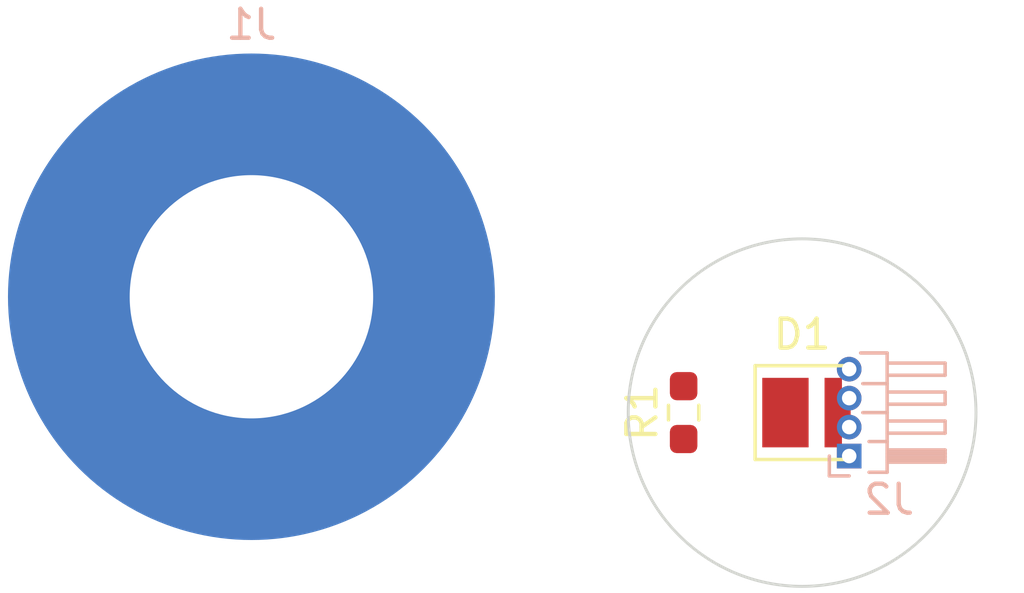
<source format=kicad_pcb>
(kicad_pcb (version 20221018) (generator pcbnew)
  (layers (0 "F.Cu" signal) (31 "B.Cu" signal) (34 "B.Paste" user) (35 "F.Paste" user) (36 "B.SilkS" user "B.Silkscreen") (37 "F.SilkS" user "F.Silkscreen") (38 "B.Mask" user) (39 "F.Mask" user) (44 "Edge.Cuts" user))
  (net 0 "")
  (net 1 "GND")
  (net 2 "Net-(D1-A)")
  (net 3 "/CAP_SENSE")
  (net 8 "VCC")
  (footprint "Resistor_SMD:R_0603_1608Metric_Pad0.98x0.95mm_HandSolder" (layer "F.Cu") (at 45.9125 50 90)
    (fp_text reference "R1" (at 0 -1.43 90) (layer "F.SilkS"))
    (fp_text value "R")
    (fp_line (start -0.254724 -0.5225) (end 0.254724 -0.5225) (stroke (width 0.12)) (layer "F.SilkS"))
    (fp_line (start -0.254724 0.5225) (end 0.254724 0.5225) (stroke (width 0.12)) (layer "F.SilkS"))
    (pad "1" smd roundrect (at -0.9125 0 90) (size 0.975 0.95) (layers "F.Cu" "F.Paste" "F.Mask") (net 8 "VCC"))
    (pad "2" smd roundrect (at 0.9125 0 90) (size 0.975 0.95) (layers "F.Cu" "F.Paste" "F.Mask") (net 2 "Net-(D1-A)"))
  )
  (footprint "LED_SMD:LED_Luminus_MP-3030-1100_3.0x3.0mm" (layer "F.Cu") (at 50 50)
    (fp_text reference "D1" (at 0 -2.7) (layer "F.SilkS"))
    (fp_text value "LED")
    (fp_line (start -1.62 -1.62) (end -1.62 1.62) (stroke (width 0.12)) (layer "F.SilkS"))
    (fp_line (start -1.62 -1.62) (end 1.62 -1.62) (stroke (width 0.12)) (layer "F.SilkS"))
    (fp_line (start -1.62 1.62) (end 1.62 1.62) (stroke (width 0.12)) (layer "F.SilkS"))
    (pad "1" smd rect (at -0.575 0) (size 1.6 2.4) (layers "F.Cu" "F.Mask") (net 1 "GND"))
    (pad "2" smd rect (at 1.075 0) (size 0.6 2.4) (layers "F.Cu" "F.Mask") (net 2 "Net-(D1-A)"))
    (pad "2" smd rect (at 1.375 0) (size 0.6 0.5) (layers "F.Cu" "F.Mask") (net 2 "Net-(D1-A)"))
  )
  (footprint "Connector_PinHeader_1.00mm:PinHeader_1x04_P1.00mm_Horizontal" (layer "B.Cu") (at 51.625 51.5)
    (fp_text reference "J2" (at 1.375 1.5) (layer "B.SilkS") (effects (justify mirror)))
    (fp_text value "Conn_01x04")
    (fp_line (start -0.685 0) (end -0.685 0.685) (stroke (width 0.12)) (layer "B.SilkS"))
    (fp_line (start -0.685 0.685) (end 0 0.685) (stroke (width 0.12)) (layer "B.SilkS"))
    (fp_line (start 0.468215 -2.5) (end 1.31 -2.5) (stroke (width 0.12)) (layer "B.SilkS"))
    (fp_line (start 0.468215 -1.5) (end 1.31 -1.5) (stroke (width 0.12)) (layer "B.SilkS"))
    (fp_line (start 0.685 -0.5) (end 1.31 -0.5) (stroke (width 0.12)) (layer "B.SilkS"))
    (fp_line (start 0.685 0.56) (end 1.31 0.56) (stroke (width 0.12)) (layer "B.SilkS"))
    (fp_line (start 1.31 -3.56) (end 0.394493 -3.56) (stroke (width 0.12)) (layer "B.SilkS"))
    (fp_line (start 1.31 -2.79) (end 3.31 -2.79) (stroke (width 0.12)) (layer "B.SilkS"))
    (fp_line (start 1.31 -1.79) (end 3.31 -1.79) (stroke (width 0.12)) (layer "B.SilkS"))
    (fp_line (start 1.31 -0.79) (end 3.31 -0.79) (stroke (width 0.12)) (layer "B.SilkS"))
    (fp_line (start 1.31 -0.09) (end 3.31 -0.09) (stroke (width 0.12)) (layer "B.SilkS"))
    (fp_line (start 1.31 0.03) (end 3.31 0.03) (stroke (width 0.12)) (layer "B.SilkS"))
    (fp_line (start 1.31 0.15) (end 3.31 0.15) (stroke (width 0.12)) (layer "B.SilkS"))
    (fp_line (start 1.31 0.21) (end 3.31 0.21) (stroke (width 0.12)) (layer "B.SilkS"))
    (fp_line (start 1.31 0.56) (end 1.31 -3.56) (stroke (width 0.12)) (layer "B.SilkS"))
    (fp_line (start 3.31 -3.21) (end 1.31 -3.21) (stroke (width 0.12)) (layer "B.SilkS"))
    (fp_line (start 3.31 -2.79) (end 3.31 -3.21) (stroke (width 0.12)) (layer "B.SilkS"))
    (fp_line (start 3.31 -2.21) (end 1.31 -2.21) (stroke (width 0.12)) (layer "B.SilkS"))
    (fp_line (start 3.31 -1.79) (end 3.31 -2.21) (stroke (width 0.12)) (layer "B.SilkS"))
    (fp_line (start 3.31 -1.21) (end 1.31 -1.21) (stroke (width 0.12)) (layer "B.SilkS"))
    (fp_line (start 3.31 -0.79) (end 3.31 -1.21) (stroke (width 0.12)) (layer "B.SilkS"))
    (fp_line (start 3.31 -0.21) (end 1.31 -0.21) (stroke (width 0.12)) (layer "B.SilkS"))
    (fp_line (start 3.31 0.21) (end 3.31 -0.21) (stroke (width 0.12)) (layer "B.SilkS"))
    (pad "1" thru_hole rect (at 0 0) (size 0.85 0.85) (drill 0.5) (layers "*.Cu" "*.Mask"))
    (pad "2" thru_hole oval (at 0 -1) (size 0.85 0.85) (drill 0.5) (layers "*.Cu" "*.Mask"))
    (pad "3" thru_hole oval (at 0 -2) (size 0.85 0.85) (drill 0.5) (layers "*.Cu" "*.Mask"))
    (pad "4" thru_hole oval (at 0 -3) (size 0.85 0.85) (drill 0.5) (layers "*.Cu" "*.Mask"))
  )
  (footprint "MountingHole:MountingHole_8.4mm_M8_Pad_TopOnly" (layer "B.Cu") (at 31 46 180)
    (fp_text reference "J1" (at 0 9.4) (layer "B.SilkS") (effects (justify mirror)))
    (fp_text value "Conn_01x01")
    (pad "1" thru_hole circle (at 0 0 180) (size 8.8 8.8) (drill 8.4) (layers "*.Cu" "*.Mask") (net 3 "/CAP_SENSE"))
    (pad "1" connect circle (at 0 0 180) (size 16.8 16.8) (layers "B.Cu" "B.Mask") (net 3 "/CAP_SENSE"))
  )
  (gr_circle (center 50 50) (end 44 50) (stroke (width 0.1)) (fill none) (layer "Edge.Cuts"))
)
</source>
